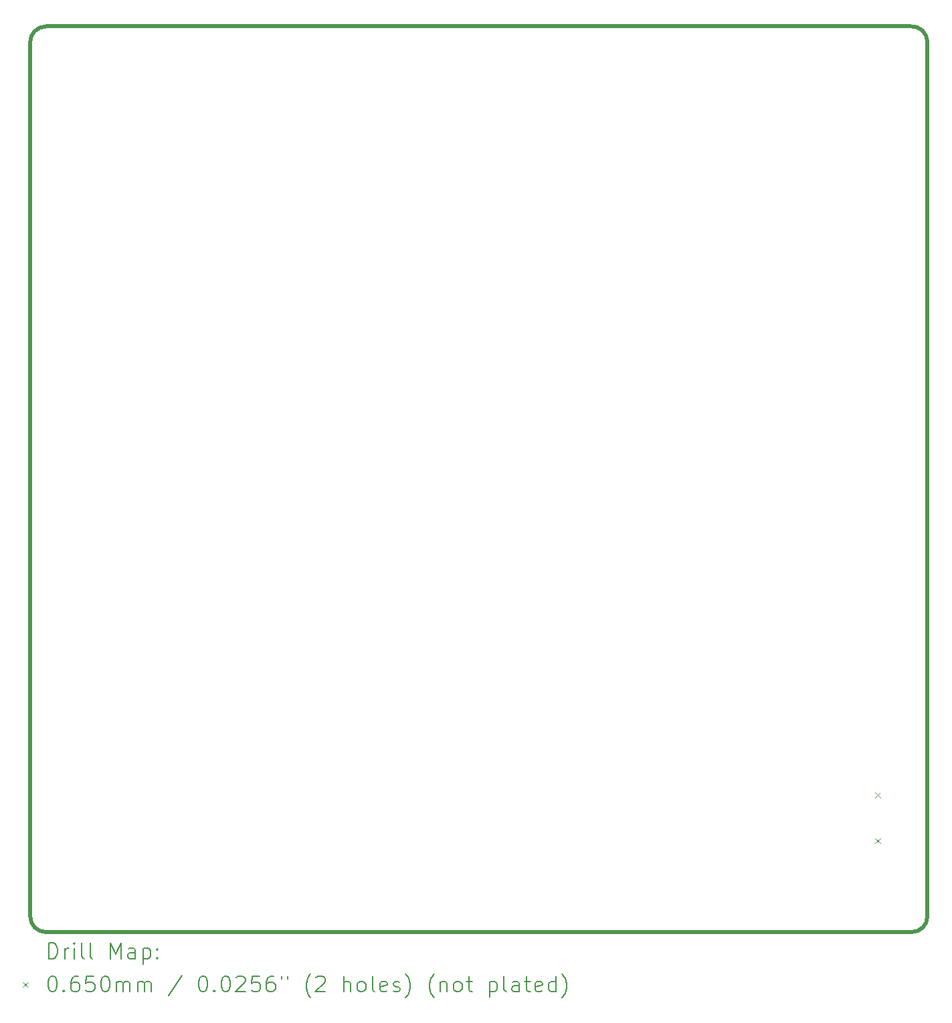
<source format=gbr>
%TF.GenerationSoftware,KiCad,Pcbnew,9.0.6*%
%TF.CreationDate,2026-01-20T14:32:38+00:00*%
%TF.ProjectId,OE PyBoard tester,4f452050-7942-46f6-9172-642074657374,rev?*%
%TF.SameCoordinates,PX4feafc0PY9062e40*%
%TF.FileFunction,Drillmap*%
%TF.FilePolarity,Positive*%
%FSLAX45Y45*%
G04 Gerber Fmt 4.5, Leading zero omitted, Abs format (unit mm)*
G04 Created by KiCad (PCBNEW 9.0.6) date 2026-01-20 14:32:38*
%MOMM*%
%LPD*%
G01*
G04 APERTURE LIST*
%ADD10C,0.500000*%
%ADD11C,0.200000*%
%ADD12C,0.100000*%
G04 APERTURE END LIST*
D10*
X11355000Y11270000D02*
X11355000Y200000D01*
X200000Y0D02*
G75*
G02*
X0Y200000I0J200000D01*
G01*
X199252Y11468579D02*
X11145000Y11470000D01*
X11155000Y0D02*
X200000Y0D01*
X11145000Y11470000D02*
G75*
G02*
X11354998Y11270000I9760J-200000D01*
G01*
X0Y200000D02*
X0Y11268579D01*
X11355000Y200000D02*
G75*
G02*
X11155000Y0I-200000J0D01*
G01*
X0Y11268579D02*
G75*
G02*
X200000Y11468580I200000J1D01*
G01*
D11*
D12*
X10694500Y1766500D02*
X10759500Y1701500D01*
X10759500Y1766500D02*
X10694500Y1701500D01*
X10694500Y1188500D02*
X10759500Y1123500D01*
X10759500Y1188500D02*
X10694500Y1123500D01*
D11*
X235777Y-336484D02*
X235777Y-136484D01*
X235777Y-136484D02*
X283396Y-136484D01*
X283396Y-136484D02*
X311967Y-146008D01*
X311967Y-146008D02*
X331015Y-165055D01*
X331015Y-165055D02*
X340539Y-184103D01*
X340539Y-184103D02*
X350062Y-222198D01*
X350062Y-222198D02*
X350062Y-250769D01*
X350062Y-250769D02*
X340539Y-288865D01*
X340539Y-288865D02*
X331015Y-307912D01*
X331015Y-307912D02*
X311967Y-326960D01*
X311967Y-326960D02*
X283396Y-336484D01*
X283396Y-336484D02*
X235777Y-336484D01*
X435777Y-336484D02*
X435777Y-203150D01*
X435777Y-241246D02*
X445301Y-222198D01*
X445301Y-222198D02*
X454824Y-212674D01*
X454824Y-212674D02*
X473872Y-203150D01*
X473872Y-203150D02*
X492920Y-203150D01*
X559586Y-336484D02*
X559586Y-203150D01*
X559586Y-136484D02*
X550063Y-146008D01*
X550063Y-146008D02*
X559586Y-155531D01*
X559586Y-155531D02*
X569110Y-146008D01*
X569110Y-146008D02*
X559586Y-136484D01*
X559586Y-136484D02*
X559586Y-155531D01*
X683396Y-336484D02*
X664348Y-326960D01*
X664348Y-326960D02*
X654824Y-307912D01*
X654824Y-307912D02*
X654824Y-136484D01*
X788158Y-336484D02*
X769110Y-326960D01*
X769110Y-326960D02*
X759586Y-307912D01*
X759586Y-307912D02*
X759586Y-136484D01*
X1016729Y-336484D02*
X1016729Y-136484D01*
X1016729Y-136484D02*
X1083396Y-279341D01*
X1083396Y-279341D02*
X1150063Y-136484D01*
X1150063Y-136484D02*
X1150063Y-336484D01*
X1331015Y-336484D02*
X1331015Y-231722D01*
X1331015Y-231722D02*
X1321491Y-212674D01*
X1321491Y-212674D02*
X1302444Y-203150D01*
X1302444Y-203150D02*
X1264348Y-203150D01*
X1264348Y-203150D02*
X1245301Y-212674D01*
X1331015Y-326960D02*
X1311967Y-336484D01*
X1311967Y-336484D02*
X1264348Y-336484D01*
X1264348Y-336484D02*
X1245301Y-326960D01*
X1245301Y-326960D02*
X1235777Y-307912D01*
X1235777Y-307912D02*
X1235777Y-288865D01*
X1235777Y-288865D02*
X1245301Y-269817D01*
X1245301Y-269817D02*
X1264348Y-260293D01*
X1264348Y-260293D02*
X1311967Y-260293D01*
X1311967Y-260293D02*
X1331015Y-250769D01*
X1426253Y-203150D02*
X1426253Y-403150D01*
X1426253Y-212674D02*
X1445301Y-203150D01*
X1445301Y-203150D02*
X1483396Y-203150D01*
X1483396Y-203150D02*
X1502443Y-212674D01*
X1502443Y-212674D02*
X1511967Y-222198D01*
X1511967Y-222198D02*
X1521491Y-241246D01*
X1521491Y-241246D02*
X1521491Y-298389D01*
X1521491Y-298389D02*
X1511967Y-317436D01*
X1511967Y-317436D02*
X1502443Y-326960D01*
X1502443Y-326960D02*
X1483396Y-336484D01*
X1483396Y-336484D02*
X1445301Y-336484D01*
X1445301Y-336484D02*
X1426253Y-326960D01*
X1607205Y-317436D02*
X1616729Y-326960D01*
X1616729Y-326960D02*
X1607205Y-336484D01*
X1607205Y-336484D02*
X1597682Y-326960D01*
X1597682Y-326960D02*
X1607205Y-317436D01*
X1607205Y-317436D02*
X1607205Y-336484D01*
X1607205Y-212674D02*
X1616729Y-222198D01*
X1616729Y-222198D02*
X1607205Y-231722D01*
X1607205Y-231722D02*
X1597682Y-222198D01*
X1597682Y-222198D02*
X1607205Y-212674D01*
X1607205Y-212674D02*
X1607205Y-231722D01*
D12*
X-90000Y-632500D02*
X-25000Y-697500D01*
X-25000Y-632500D02*
X-90000Y-697500D01*
D11*
X273872Y-556484D02*
X292920Y-556484D01*
X292920Y-556484D02*
X311967Y-566008D01*
X311967Y-566008D02*
X321491Y-575531D01*
X321491Y-575531D02*
X331015Y-594579D01*
X331015Y-594579D02*
X340539Y-632674D01*
X340539Y-632674D02*
X340539Y-680293D01*
X340539Y-680293D02*
X331015Y-718388D01*
X331015Y-718388D02*
X321491Y-737436D01*
X321491Y-737436D02*
X311967Y-746960D01*
X311967Y-746960D02*
X292920Y-756484D01*
X292920Y-756484D02*
X273872Y-756484D01*
X273872Y-756484D02*
X254824Y-746960D01*
X254824Y-746960D02*
X245301Y-737436D01*
X245301Y-737436D02*
X235777Y-718388D01*
X235777Y-718388D02*
X226253Y-680293D01*
X226253Y-680293D02*
X226253Y-632674D01*
X226253Y-632674D02*
X235777Y-594579D01*
X235777Y-594579D02*
X245301Y-575531D01*
X245301Y-575531D02*
X254824Y-566008D01*
X254824Y-566008D02*
X273872Y-556484D01*
X426253Y-737436D02*
X435777Y-746960D01*
X435777Y-746960D02*
X426253Y-756484D01*
X426253Y-756484D02*
X416729Y-746960D01*
X416729Y-746960D02*
X426253Y-737436D01*
X426253Y-737436D02*
X426253Y-756484D01*
X607205Y-556484D02*
X569110Y-556484D01*
X569110Y-556484D02*
X550063Y-566008D01*
X550063Y-566008D02*
X540539Y-575531D01*
X540539Y-575531D02*
X521491Y-604103D01*
X521491Y-604103D02*
X511967Y-642198D01*
X511967Y-642198D02*
X511967Y-718388D01*
X511967Y-718388D02*
X521491Y-737436D01*
X521491Y-737436D02*
X531015Y-746960D01*
X531015Y-746960D02*
X550063Y-756484D01*
X550063Y-756484D02*
X588158Y-756484D01*
X588158Y-756484D02*
X607205Y-746960D01*
X607205Y-746960D02*
X616729Y-737436D01*
X616729Y-737436D02*
X626253Y-718388D01*
X626253Y-718388D02*
X626253Y-670770D01*
X626253Y-670770D02*
X616729Y-651722D01*
X616729Y-651722D02*
X607205Y-642198D01*
X607205Y-642198D02*
X588158Y-632674D01*
X588158Y-632674D02*
X550063Y-632674D01*
X550063Y-632674D02*
X531015Y-642198D01*
X531015Y-642198D02*
X521491Y-651722D01*
X521491Y-651722D02*
X511967Y-670770D01*
X807205Y-556484D02*
X711967Y-556484D01*
X711967Y-556484D02*
X702443Y-651722D01*
X702443Y-651722D02*
X711967Y-642198D01*
X711967Y-642198D02*
X731015Y-632674D01*
X731015Y-632674D02*
X778634Y-632674D01*
X778634Y-632674D02*
X797682Y-642198D01*
X797682Y-642198D02*
X807205Y-651722D01*
X807205Y-651722D02*
X816729Y-670770D01*
X816729Y-670770D02*
X816729Y-718388D01*
X816729Y-718388D02*
X807205Y-737436D01*
X807205Y-737436D02*
X797682Y-746960D01*
X797682Y-746960D02*
X778634Y-756484D01*
X778634Y-756484D02*
X731015Y-756484D01*
X731015Y-756484D02*
X711967Y-746960D01*
X711967Y-746960D02*
X702443Y-737436D01*
X940539Y-556484D02*
X959586Y-556484D01*
X959586Y-556484D02*
X978634Y-566008D01*
X978634Y-566008D02*
X988158Y-575531D01*
X988158Y-575531D02*
X997682Y-594579D01*
X997682Y-594579D02*
X1007205Y-632674D01*
X1007205Y-632674D02*
X1007205Y-680293D01*
X1007205Y-680293D02*
X997682Y-718388D01*
X997682Y-718388D02*
X988158Y-737436D01*
X988158Y-737436D02*
X978634Y-746960D01*
X978634Y-746960D02*
X959586Y-756484D01*
X959586Y-756484D02*
X940539Y-756484D01*
X940539Y-756484D02*
X921491Y-746960D01*
X921491Y-746960D02*
X911967Y-737436D01*
X911967Y-737436D02*
X902443Y-718388D01*
X902443Y-718388D02*
X892920Y-680293D01*
X892920Y-680293D02*
X892920Y-632674D01*
X892920Y-632674D02*
X902443Y-594579D01*
X902443Y-594579D02*
X911967Y-575531D01*
X911967Y-575531D02*
X921491Y-566008D01*
X921491Y-566008D02*
X940539Y-556484D01*
X1092920Y-756484D02*
X1092920Y-623150D01*
X1092920Y-642198D02*
X1102444Y-632674D01*
X1102444Y-632674D02*
X1121491Y-623150D01*
X1121491Y-623150D02*
X1150063Y-623150D01*
X1150063Y-623150D02*
X1169110Y-632674D01*
X1169110Y-632674D02*
X1178634Y-651722D01*
X1178634Y-651722D02*
X1178634Y-756484D01*
X1178634Y-651722D02*
X1188158Y-632674D01*
X1188158Y-632674D02*
X1207205Y-623150D01*
X1207205Y-623150D02*
X1235777Y-623150D01*
X1235777Y-623150D02*
X1254825Y-632674D01*
X1254825Y-632674D02*
X1264348Y-651722D01*
X1264348Y-651722D02*
X1264348Y-756484D01*
X1359586Y-756484D02*
X1359586Y-623150D01*
X1359586Y-642198D02*
X1369110Y-632674D01*
X1369110Y-632674D02*
X1388158Y-623150D01*
X1388158Y-623150D02*
X1416729Y-623150D01*
X1416729Y-623150D02*
X1435777Y-632674D01*
X1435777Y-632674D02*
X1445301Y-651722D01*
X1445301Y-651722D02*
X1445301Y-756484D01*
X1445301Y-651722D02*
X1454824Y-632674D01*
X1454824Y-632674D02*
X1473872Y-623150D01*
X1473872Y-623150D02*
X1502443Y-623150D01*
X1502443Y-623150D02*
X1521491Y-632674D01*
X1521491Y-632674D02*
X1531015Y-651722D01*
X1531015Y-651722D02*
X1531015Y-756484D01*
X1921491Y-546960D02*
X1750063Y-804103D01*
X2178634Y-556484D02*
X2197682Y-556484D01*
X2197682Y-556484D02*
X2216729Y-566008D01*
X2216729Y-566008D02*
X2226253Y-575531D01*
X2226253Y-575531D02*
X2235777Y-594579D01*
X2235777Y-594579D02*
X2245301Y-632674D01*
X2245301Y-632674D02*
X2245301Y-680293D01*
X2245301Y-680293D02*
X2235777Y-718388D01*
X2235777Y-718388D02*
X2226253Y-737436D01*
X2226253Y-737436D02*
X2216729Y-746960D01*
X2216729Y-746960D02*
X2197682Y-756484D01*
X2197682Y-756484D02*
X2178634Y-756484D01*
X2178634Y-756484D02*
X2159587Y-746960D01*
X2159587Y-746960D02*
X2150063Y-737436D01*
X2150063Y-737436D02*
X2140539Y-718388D01*
X2140539Y-718388D02*
X2131015Y-680293D01*
X2131015Y-680293D02*
X2131015Y-632674D01*
X2131015Y-632674D02*
X2140539Y-594579D01*
X2140539Y-594579D02*
X2150063Y-575531D01*
X2150063Y-575531D02*
X2159587Y-566008D01*
X2159587Y-566008D02*
X2178634Y-556484D01*
X2331015Y-737436D02*
X2340539Y-746960D01*
X2340539Y-746960D02*
X2331015Y-756484D01*
X2331015Y-756484D02*
X2321491Y-746960D01*
X2321491Y-746960D02*
X2331015Y-737436D01*
X2331015Y-737436D02*
X2331015Y-756484D01*
X2464348Y-556484D02*
X2483396Y-556484D01*
X2483396Y-556484D02*
X2502444Y-566008D01*
X2502444Y-566008D02*
X2511968Y-575531D01*
X2511968Y-575531D02*
X2521491Y-594579D01*
X2521491Y-594579D02*
X2531015Y-632674D01*
X2531015Y-632674D02*
X2531015Y-680293D01*
X2531015Y-680293D02*
X2521491Y-718388D01*
X2521491Y-718388D02*
X2511968Y-737436D01*
X2511968Y-737436D02*
X2502444Y-746960D01*
X2502444Y-746960D02*
X2483396Y-756484D01*
X2483396Y-756484D02*
X2464348Y-756484D01*
X2464348Y-756484D02*
X2445301Y-746960D01*
X2445301Y-746960D02*
X2435777Y-737436D01*
X2435777Y-737436D02*
X2426253Y-718388D01*
X2426253Y-718388D02*
X2416729Y-680293D01*
X2416729Y-680293D02*
X2416729Y-632674D01*
X2416729Y-632674D02*
X2426253Y-594579D01*
X2426253Y-594579D02*
X2435777Y-575531D01*
X2435777Y-575531D02*
X2445301Y-566008D01*
X2445301Y-566008D02*
X2464348Y-556484D01*
X2607206Y-575531D02*
X2616729Y-566008D01*
X2616729Y-566008D02*
X2635777Y-556484D01*
X2635777Y-556484D02*
X2683396Y-556484D01*
X2683396Y-556484D02*
X2702444Y-566008D01*
X2702444Y-566008D02*
X2711968Y-575531D01*
X2711968Y-575531D02*
X2721491Y-594579D01*
X2721491Y-594579D02*
X2721491Y-613627D01*
X2721491Y-613627D02*
X2711968Y-642198D01*
X2711968Y-642198D02*
X2597682Y-756484D01*
X2597682Y-756484D02*
X2721491Y-756484D01*
X2902444Y-556484D02*
X2807206Y-556484D01*
X2807206Y-556484D02*
X2797682Y-651722D01*
X2797682Y-651722D02*
X2807206Y-642198D01*
X2807206Y-642198D02*
X2826253Y-632674D01*
X2826253Y-632674D02*
X2873872Y-632674D01*
X2873872Y-632674D02*
X2892920Y-642198D01*
X2892920Y-642198D02*
X2902444Y-651722D01*
X2902444Y-651722D02*
X2911967Y-670770D01*
X2911967Y-670770D02*
X2911967Y-718388D01*
X2911967Y-718388D02*
X2902444Y-737436D01*
X2902444Y-737436D02*
X2892920Y-746960D01*
X2892920Y-746960D02*
X2873872Y-756484D01*
X2873872Y-756484D02*
X2826253Y-756484D01*
X2826253Y-756484D02*
X2807206Y-746960D01*
X2807206Y-746960D02*
X2797682Y-737436D01*
X3083396Y-556484D02*
X3045301Y-556484D01*
X3045301Y-556484D02*
X3026253Y-566008D01*
X3026253Y-566008D02*
X3016729Y-575531D01*
X3016729Y-575531D02*
X2997682Y-604103D01*
X2997682Y-604103D02*
X2988158Y-642198D01*
X2988158Y-642198D02*
X2988158Y-718388D01*
X2988158Y-718388D02*
X2997682Y-737436D01*
X2997682Y-737436D02*
X3007206Y-746960D01*
X3007206Y-746960D02*
X3026253Y-756484D01*
X3026253Y-756484D02*
X3064348Y-756484D01*
X3064348Y-756484D02*
X3083396Y-746960D01*
X3083396Y-746960D02*
X3092920Y-737436D01*
X3092920Y-737436D02*
X3102444Y-718388D01*
X3102444Y-718388D02*
X3102444Y-670770D01*
X3102444Y-670770D02*
X3092920Y-651722D01*
X3092920Y-651722D02*
X3083396Y-642198D01*
X3083396Y-642198D02*
X3064348Y-632674D01*
X3064348Y-632674D02*
X3026253Y-632674D01*
X3026253Y-632674D02*
X3007206Y-642198D01*
X3007206Y-642198D02*
X2997682Y-651722D01*
X2997682Y-651722D02*
X2988158Y-670770D01*
X3178634Y-556484D02*
X3178634Y-594579D01*
X3254825Y-556484D02*
X3254825Y-594579D01*
X3550063Y-832674D02*
X3540539Y-823150D01*
X3540539Y-823150D02*
X3521491Y-794579D01*
X3521491Y-794579D02*
X3511968Y-775531D01*
X3511968Y-775531D02*
X3502444Y-746960D01*
X3502444Y-746960D02*
X3492920Y-699341D01*
X3492920Y-699341D02*
X3492920Y-661246D01*
X3492920Y-661246D02*
X3502444Y-613627D01*
X3502444Y-613627D02*
X3511968Y-585055D01*
X3511968Y-585055D02*
X3521491Y-566008D01*
X3521491Y-566008D02*
X3540539Y-537436D01*
X3540539Y-537436D02*
X3550063Y-527912D01*
X3616729Y-575531D02*
X3626253Y-566008D01*
X3626253Y-566008D02*
X3645301Y-556484D01*
X3645301Y-556484D02*
X3692920Y-556484D01*
X3692920Y-556484D02*
X3711968Y-566008D01*
X3711968Y-566008D02*
X3721491Y-575531D01*
X3721491Y-575531D02*
X3731015Y-594579D01*
X3731015Y-594579D02*
X3731015Y-613627D01*
X3731015Y-613627D02*
X3721491Y-642198D01*
X3721491Y-642198D02*
X3607206Y-756484D01*
X3607206Y-756484D02*
X3731015Y-756484D01*
X3969110Y-756484D02*
X3969110Y-556484D01*
X4054825Y-756484D02*
X4054825Y-651722D01*
X4054825Y-651722D02*
X4045301Y-632674D01*
X4045301Y-632674D02*
X4026253Y-623150D01*
X4026253Y-623150D02*
X3997682Y-623150D01*
X3997682Y-623150D02*
X3978634Y-632674D01*
X3978634Y-632674D02*
X3969110Y-642198D01*
X4178634Y-756484D02*
X4159587Y-746960D01*
X4159587Y-746960D02*
X4150063Y-737436D01*
X4150063Y-737436D02*
X4140539Y-718388D01*
X4140539Y-718388D02*
X4140539Y-661246D01*
X4140539Y-661246D02*
X4150063Y-642198D01*
X4150063Y-642198D02*
X4159587Y-632674D01*
X4159587Y-632674D02*
X4178634Y-623150D01*
X4178634Y-623150D02*
X4207206Y-623150D01*
X4207206Y-623150D02*
X4226253Y-632674D01*
X4226253Y-632674D02*
X4235777Y-642198D01*
X4235777Y-642198D02*
X4245301Y-661246D01*
X4245301Y-661246D02*
X4245301Y-718388D01*
X4245301Y-718388D02*
X4235777Y-737436D01*
X4235777Y-737436D02*
X4226253Y-746960D01*
X4226253Y-746960D02*
X4207206Y-756484D01*
X4207206Y-756484D02*
X4178634Y-756484D01*
X4359587Y-756484D02*
X4340539Y-746960D01*
X4340539Y-746960D02*
X4331015Y-727912D01*
X4331015Y-727912D02*
X4331015Y-556484D01*
X4511968Y-746960D02*
X4492920Y-756484D01*
X4492920Y-756484D02*
X4454825Y-756484D01*
X4454825Y-756484D02*
X4435777Y-746960D01*
X4435777Y-746960D02*
X4426253Y-727912D01*
X4426253Y-727912D02*
X4426253Y-651722D01*
X4426253Y-651722D02*
X4435777Y-632674D01*
X4435777Y-632674D02*
X4454825Y-623150D01*
X4454825Y-623150D02*
X4492920Y-623150D01*
X4492920Y-623150D02*
X4511968Y-632674D01*
X4511968Y-632674D02*
X4521492Y-651722D01*
X4521492Y-651722D02*
X4521492Y-670770D01*
X4521492Y-670770D02*
X4426253Y-689817D01*
X4597682Y-746960D02*
X4616730Y-756484D01*
X4616730Y-756484D02*
X4654825Y-756484D01*
X4654825Y-756484D02*
X4673873Y-746960D01*
X4673873Y-746960D02*
X4683396Y-727912D01*
X4683396Y-727912D02*
X4683396Y-718388D01*
X4683396Y-718388D02*
X4673873Y-699341D01*
X4673873Y-699341D02*
X4654825Y-689817D01*
X4654825Y-689817D02*
X4626253Y-689817D01*
X4626253Y-689817D02*
X4607206Y-680293D01*
X4607206Y-680293D02*
X4597682Y-661246D01*
X4597682Y-661246D02*
X4597682Y-651722D01*
X4597682Y-651722D02*
X4607206Y-632674D01*
X4607206Y-632674D02*
X4626253Y-623150D01*
X4626253Y-623150D02*
X4654825Y-623150D01*
X4654825Y-623150D02*
X4673873Y-632674D01*
X4750063Y-832674D02*
X4759587Y-823150D01*
X4759587Y-823150D02*
X4778634Y-794579D01*
X4778634Y-794579D02*
X4788158Y-775531D01*
X4788158Y-775531D02*
X4797682Y-746960D01*
X4797682Y-746960D02*
X4807206Y-699341D01*
X4807206Y-699341D02*
X4807206Y-661246D01*
X4807206Y-661246D02*
X4797682Y-613627D01*
X4797682Y-613627D02*
X4788158Y-585055D01*
X4788158Y-585055D02*
X4778634Y-566008D01*
X4778634Y-566008D02*
X4759587Y-537436D01*
X4759587Y-537436D02*
X4750063Y-527912D01*
X5111968Y-832674D02*
X5102444Y-823150D01*
X5102444Y-823150D02*
X5083396Y-794579D01*
X5083396Y-794579D02*
X5073873Y-775531D01*
X5073873Y-775531D02*
X5064349Y-746960D01*
X5064349Y-746960D02*
X5054825Y-699341D01*
X5054825Y-699341D02*
X5054825Y-661246D01*
X5054825Y-661246D02*
X5064349Y-613627D01*
X5064349Y-613627D02*
X5073873Y-585055D01*
X5073873Y-585055D02*
X5083396Y-566008D01*
X5083396Y-566008D02*
X5102444Y-537436D01*
X5102444Y-537436D02*
X5111968Y-527912D01*
X5188158Y-623150D02*
X5188158Y-756484D01*
X5188158Y-642198D02*
X5197682Y-632674D01*
X5197682Y-632674D02*
X5216730Y-623150D01*
X5216730Y-623150D02*
X5245301Y-623150D01*
X5245301Y-623150D02*
X5264349Y-632674D01*
X5264349Y-632674D02*
X5273873Y-651722D01*
X5273873Y-651722D02*
X5273873Y-756484D01*
X5397682Y-756484D02*
X5378634Y-746960D01*
X5378634Y-746960D02*
X5369111Y-737436D01*
X5369111Y-737436D02*
X5359587Y-718388D01*
X5359587Y-718388D02*
X5359587Y-661246D01*
X5359587Y-661246D02*
X5369111Y-642198D01*
X5369111Y-642198D02*
X5378634Y-632674D01*
X5378634Y-632674D02*
X5397682Y-623150D01*
X5397682Y-623150D02*
X5426254Y-623150D01*
X5426254Y-623150D02*
X5445301Y-632674D01*
X5445301Y-632674D02*
X5454825Y-642198D01*
X5454825Y-642198D02*
X5464349Y-661246D01*
X5464349Y-661246D02*
X5464349Y-718388D01*
X5464349Y-718388D02*
X5454825Y-737436D01*
X5454825Y-737436D02*
X5445301Y-746960D01*
X5445301Y-746960D02*
X5426254Y-756484D01*
X5426254Y-756484D02*
X5397682Y-756484D01*
X5521492Y-623150D02*
X5597682Y-623150D01*
X5550063Y-556484D02*
X5550063Y-727912D01*
X5550063Y-727912D02*
X5559587Y-746960D01*
X5559587Y-746960D02*
X5578634Y-756484D01*
X5578634Y-756484D02*
X5597682Y-756484D01*
X5816730Y-623150D02*
X5816730Y-823150D01*
X5816730Y-632674D02*
X5835777Y-623150D01*
X5835777Y-623150D02*
X5873873Y-623150D01*
X5873873Y-623150D02*
X5892920Y-632674D01*
X5892920Y-632674D02*
X5902444Y-642198D01*
X5902444Y-642198D02*
X5911968Y-661246D01*
X5911968Y-661246D02*
X5911968Y-718388D01*
X5911968Y-718388D02*
X5902444Y-737436D01*
X5902444Y-737436D02*
X5892920Y-746960D01*
X5892920Y-746960D02*
X5873873Y-756484D01*
X5873873Y-756484D02*
X5835777Y-756484D01*
X5835777Y-756484D02*
X5816730Y-746960D01*
X6026253Y-756484D02*
X6007206Y-746960D01*
X6007206Y-746960D02*
X5997682Y-727912D01*
X5997682Y-727912D02*
X5997682Y-556484D01*
X6188158Y-756484D02*
X6188158Y-651722D01*
X6188158Y-651722D02*
X6178634Y-632674D01*
X6178634Y-632674D02*
X6159587Y-623150D01*
X6159587Y-623150D02*
X6121492Y-623150D01*
X6121492Y-623150D02*
X6102444Y-632674D01*
X6188158Y-746960D02*
X6169111Y-756484D01*
X6169111Y-756484D02*
X6121492Y-756484D01*
X6121492Y-756484D02*
X6102444Y-746960D01*
X6102444Y-746960D02*
X6092920Y-727912D01*
X6092920Y-727912D02*
X6092920Y-708865D01*
X6092920Y-708865D02*
X6102444Y-689817D01*
X6102444Y-689817D02*
X6121492Y-680293D01*
X6121492Y-680293D02*
X6169111Y-680293D01*
X6169111Y-680293D02*
X6188158Y-670770D01*
X6254825Y-623150D02*
X6331015Y-623150D01*
X6283396Y-556484D02*
X6283396Y-727912D01*
X6283396Y-727912D02*
X6292920Y-746960D01*
X6292920Y-746960D02*
X6311968Y-756484D01*
X6311968Y-756484D02*
X6331015Y-756484D01*
X6473873Y-746960D02*
X6454825Y-756484D01*
X6454825Y-756484D02*
X6416730Y-756484D01*
X6416730Y-756484D02*
X6397682Y-746960D01*
X6397682Y-746960D02*
X6388158Y-727912D01*
X6388158Y-727912D02*
X6388158Y-651722D01*
X6388158Y-651722D02*
X6397682Y-632674D01*
X6397682Y-632674D02*
X6416730Y-623150D01*
X6416730Y-623150D02*
X6454825Y-623150D01*
X6454825Y-623150D02*
X6473873Y-632674D01*
X6473873Y-632674D02*
X6483396Y-651722D01*
X6483396Y-651722D02*
X6483396Y-670770D01*
X6483396Y-670770D02*
X6388158Y-689817D01*
X6654825Y-756484D02*
X6654825Y-556484D01*
X6654825Y-746960D02*
X6635777Y-756484D01*
X6635777Y-756484D02*
X6597682Y-756484D01*
X6597682Y-756484D02*
X6578634Y-746960D01*
X6578634Y-746960D02*
X6569111Y-737436D01*
X6569111Y-737436D02*
X6559587Y-718388D01*
X6559587Y-718388D02*
X6559587Y-661246D01*
X6559587Y-661246D02*
X6569111Y-642198D01*
X6569111Y-642198D02*
X6578634Y-632674D01*
X6578634Y-632674D02*
X6597682Y-623150D01*
X6597682Y-623150D02*
X6635777Y-623150D01*
X6635777Y-623150D02*
X6654825Y-632674D01*
X6731015Y-832674D02*
X6740539Y-823150D01*
X6740539Y-823150D02*
X6759587Y-794579D01*
X6759587Y-794579D02*
X6769111Y-775531D01*
X6769111Y-775531D02*
X6778634Y-746960D01*
X6778634Y-746960D02*
X6788158Y-699341D01*
X6788158Y-699341D02*
X6788158Y-661246D01*
X6788158Y-661246D02*
X6778634Y-613627D01*
X6778634Y-613627D02*
X6769111Y-585055D01*
X6769111Y-585055D02*
X6759587Y-566008D01*
X6759587Y-566008D02*
X6740539Y-537436D01*
X6740539Y-537436D02*
X6731015Y-527912D01*
M02*

</source>
